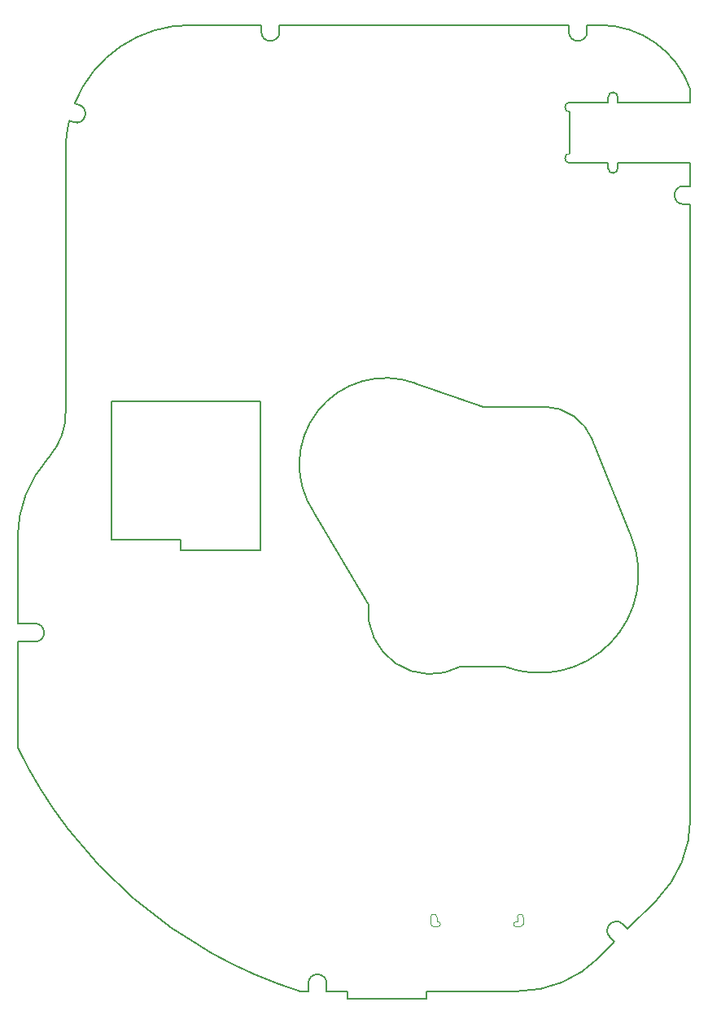
<source format=gbr>
G04 #@! TF.GenerationSoftware,KiCad,Pcbnew,6.0.11+dfsg-1~bpo11+1*
G04 #@! TF.CreationDate,2023-05-24T11:45:56-04:00*
G04 #@! TF.ProjectId,RUSP_Mainboard,52555350-5f4d-4616-996e-626f6172642e,rev?*
G04 #@! TF.SameCoordinates,Original*
G04 #@! TF.FileFunction,Profile,NP*
%FSLAX46Y46*%
G04 Gerber Fmt 4.6, Leading zero omitted, Abs format (unit mm)*
G04 Created by KiCad (PCBNEW 6.0.11+dfsg-1~bpo11+1) date 2023-05-24 11:45:56*
%MOMM*%
%LPD*%
G01*
G04 APERTURE LIST*
G04 #@! TA.AperFunction,Profile*
%ADD10C,0.150000*%
G04 #@! TD*
G04 #@! TA.AperFunction,Profile*
%ADD11C,0.100000*%
G04 #@! TD*
G04 APERTURE END LIST*
D10*
X174150000Y-61800000D02*
X174150000Y-62350000D01*
X174150000Y-61800000D02*
G75*
G03*
X173150000Y-61800000I-500000J0D01*
G01*
X173150000Y-62350000D02*
X173150000Y-61800000D01*
X169150000Y-62350000D02*
G75*
G03*
X169150000Y-63350000I0J-500000D01*
G01*
X174150000Y-62350000D02*
X181700000Y-62345000D01*
X181700000Y-72950000D02*
X181700000Y-136829000D01*
X178184781Y-145314781D02*
X175172000Y-148328000D01*
X178184781Y-145314781D02*
G75*
G03*
X181700000Y-136829000I-8484781J8485781D01*
G01*
X153040004Y-91539989D02*
G75*
G03*
X142550000Y-105025000I-3038994J-8458561D01*
G01*
X175172000Y-148328000D02*
X174672000Y-147828000D01*
X174672000Y-147828000D02*
G75*
G03*
X173328000Y-149172000I-672000J-672000D01*
G01*
X173328000Y-149172000D02*
X173828000Y-149672000D01*
X173828000Y-149672000D02*
X172215000Y-151285000D01*
X163729707Y-154800309D02*
G75*
G03*
X172215000Y-151285000I-707J12000309D01*
G01*
X143850000Y-154800000D02*
X143850000Y-154000000D01*
X143850000Y-154000000D02*
G75*
G03*
X141950000Y-154000000I-950000J0D01*
G01*
X141950000Y-154000000D02*
X141950000Y-154800000D01*
X141950000Y-154800000D02*
X141047017Y-154796974D01*
X111700000Y-118450000D02*
X113500000Y-118450000D01*
X113500000Y-118450000D02*
G75*
G03*
X113500000Y-116550000I0J950000D01*
G01*
X113500000Y-116550000D02*
X111700000Y-116550000D01*
X111700000Y-116550000D02*
X111700000Y-107688000D01*
X114869642Y-99369681D02*
G75*
G03*
X111700000Y-107688000I9330358J-8318319D01*
G01*
X115080000Y-99100000D02*
G75*
G03*
X116697313Y-94620000I-5230000J4420000D01*
G01*
X116697313Y-94620000D02*
X116700000Y-67300000D01*
X117060192Y-64261046D02*
G75*
G03*
X116700000Y-67300000I12639808J-3038954D01*
G01*
X117060000Y-64261000D02*
X117511000Y-64405000D01*
X117511000Y-64405000D02*
G75*
G03*
X118089000Y-62595000I289000J905000D01*
G01*
X118089000Y-62595000D02*
X117638000Y-62451000D01*
X129700000Y-54299821D02*
G75*
G03*
X117638000Y-62451000I0J-13000179D01*
G01*
X129700000Y-54300000D02*
X137050000Y-54300000D01*
X137050000Y-54300000D02*
X137050000Y-55000000D01*
X137050000Y-55000000D02*
G75*
G03*
X138950000Y-55000000I950000J0D01*
G01*
X138950000Y-55000000D02*
X138950000Y-54300000D01*
X138950000Y-54300000D02*
X169050000Y-54300000D01*
X169050000Y-55000000D02*
G75*
G03*
X170950000Y-55000000I950000J0D01*
G01*
X169050000Y-54300000D02*
X169050000Y-55000000D01*
X170950000Y-55000000D02*
X170950000Y-54300000D01*
X170950000Y-54300000D02*
X172260000Y-54300000D01*
X181699970Y-61025010D02*
G75*
G03*
X172260000Y-54300000I-9439970J-3262990D01*
G01*
X181700000Y-72950000D02*
X181000000Y-72950000D01*
X181000000Y-71050000D02*
G75*
G03*
X181000000Y-72950000I0J-950000D01*
G01*
X181000000Y-71050000D02*
X181700000Y-71050000D01*
X181700000Y-71050000D02*
X181700000Y-68650000D01*
X128700000Y-93400000D02*
X121500000Y-93400000D01*
X137000000Y-108900000D02*
X137000000Y-93400000D01*
X181700000Y-68650000D02*
X174150000Y-68650000D01*
X174150000Y-68650000D02*
X174150000Y-69200000D01*
X173150000Y-69200000D02*
X173150000Y-68650000D01*
X173150000Y-68650000D02*
X169150000Y-68650000D01*
X169150000Y-67650000D02*
X169150000Y-63350000D01*
X169150000Y-62350000D02*
X173150000Y-62350000D01*
X173150000Y-69200000D02*
G75*
G03*
X174150000Y-69200000I500000J0D01*
G01*
X169150000Y-67650000D02*
G75*
G03*
X169150000Y-68650000I0J-500000D01*
G01*
X128700000Y-93400000D02*
X137000000Y-93400000D01*
X171525000Y-97475000D02*
X175564847Y-107579056D01*
X146000000Y-155600000D02*
X146000000Y-154800000D01*
X111700000Y-129420000D02*
X111700000Y-118450000D01*
X121500000Y-107875000D02*
X121500000Y-93400000D01*
X121500000Y-107875000D02*
X128700000Y-107875000D01*
X128700000Y-108900000D02*
X128700000Y-107875000D01*
X160200000Y-94000000D02*
X153040000Y-91540000D01*
X162359999Y-121030003D02*
G75*
G03*
X175564847Y-107579056I3642601J9631143D01*
G01*
X148210012Y-114610001D02*
G75*
G03*
X157780000Y-121030000I6468888J-699899D01*
G01*
X146000000Y-155600000D02*
X154200000Y-155600000D01*
X166500000Y-94000000D02*
X160200000Y-94000000D01*
X162360000Y-121030000D02*
X157780000Y-121030000D01*
X154200000Y-155600000D02*
X154200000Y-154800000D01*
X143850000Y-154800000D02*
X146000000Y-154800000D01*
X163729707Y-154800309D02*
X154200000Y-154800000D01*
X115080000Y-99100000D02*
X114869642Y-99369681D01*
X171525000Y-97475000D02*
G75*
G03*
X166499722Y-93990344I-5125000J-2025000D01*
G01*
X148210000Y-114610000D02*
X142550000Y-105025000D01*
X181700000Y-61025000D02*
X181700000Y-62345000D01*
X111700000Y-129420000D02*
G75*
G03*
X141047017Y-154796974I44090000J21330000D01*
G01*
X137000000Y-108900000D02*
X128700000Y-108900000D01*
D11*
X155450000Y-148080000D02*
X155000000Y-148080000D01*
X154700000Y-147830000D02*
X154700000Y-147080000D01*
X163700000Y-147580000D02*
X163700000Y-147080000D01*
X155300000Y-147580000D02*
X155450000Y-147580000D01*
X155300000Y-147080000D02*
X155300000Y-147580000D01*
X163550000Y-147580000D02*
X163700000Y-147580000D01*
X164000000Y-148080000D02*
X163550000Y-148080000D01*
X164300000Y-147080000D02*
X164300000Y-147830000D01*
X154700000Y-147830000D02*
G75*
G03*
X155000000Y-148080000I275000J25000D01*
G01*
X155450000Y-148080000D02*
G75*
G03*
X155450000Y-147580000I0J250000D01*
G01*
X155300000Y-147080000D02*
G75*
G03*
X154700000Y-147080000I-300000J0D01*
G01*
X164300000Y-147080000D02*
G75*
G03*
X163700000Y-147080000I-300000J0D01*
G01*
X163550000Y-147580000D02*
G75*
G03*
X163550000Y-148080000I0J-250000D01*
G01*
X164000000Y-148080000D02*
G75*
G03*
X164300000Y-147830000I25000J275000D01*
G01*
M02*

</source>
